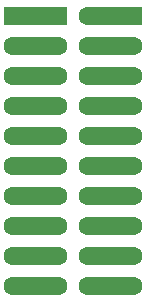
<source format=gbl>
%FSLAX33Y33*%
%MOMM*%
%ADD10C,1.524*%
%ADD11R,1.6X1.6*%
%ADD12C,1.6*%
D10*
%LNbottom copper_traces*%
G01*
X1270Y1905D02*
X5080Y1905D01*
X1270Y6985D02*
X5080Y6985D01*
X1270Y17145D02*
X5080Y17145D01*
X1270Y22225D02*
X5080Y22225D01*
X7620Y1905D02*
X11430Y1905D01*
X1270Y12065D02*
X5080Y12065D01*
X11430Y4445D02*
X7620Y4445D01*
X5080Y19685D02*
X1270Y19685D01*
X11430Y9525D02*
X7620Y9525D01*
X11430Y22225D02*
X7620Y22225D01*
X11430Y17145D02*
X7620Y17145D01*
X5080Y14605D02*
X1270Y14605D01*
X7620Y19685D02*
X11430Y19685D01*
X11430Y14605D02*
X7620Y14605D01*
X7620Y12065D02*
X11430Y12065D01*
X7620Y24765D02*
X11430Y24765D01*
X5080Y4445D02*
X1270Y4445D01*
X5080Y24765D02*
X1270Y24765D01*
X5080Y9525D02*
X1270Y9525D01*
X7620Y6985D02*
X11430Y6985D01*
%LNbottom copper component 309694ad8b3f13a2*%
D11*
X1270Y24765D03*
D12*
X1270Y22225D03*
X1270Y19685D03*
X1270Y17145D03*
X1270Y14605D03*
X1270Y12065D03*
X1270Y9525D03*
X1270Y6985D03*
X1270Y4445D03*
X1270Y1905D03*
%LNbottom copper component c8eb11d80bf9654a*%
D11*
X5080Y24765D03*
D12*
X5080Y22225D03*
X5080Y19685D03*
X5080Y17145D03*
X5080Y14605D03*
X5080Y12065D03*
X5080Y9525D03*
X5080Y6985D03*
X5080Y4445D03*
X5080Y1905D03*
X7620Y24765D03*
X7620Y22225D03*
X7620Y19685D03*
X7620Y17145D03*
X7620Y14605D03*
X7620Y12065D03*
X7620Y9525D03*
X7620Y6985D03*
X7620Y4445D03*
X7620Y1905D03*
%LNbottom copper component cb1a5b1a6717c329*%
D11*
X11430Y24765D03*
D12*
X11430Y22225D03*
X11430Y19685D03*
X11430Y17145D03*
X11430Y14605D03*
X11430Y12065D03*
X11430Y9525D03*
X11430Y6985D03*
X11430Y4445D03*
X11430Y1905D03*
M02*
</source>
